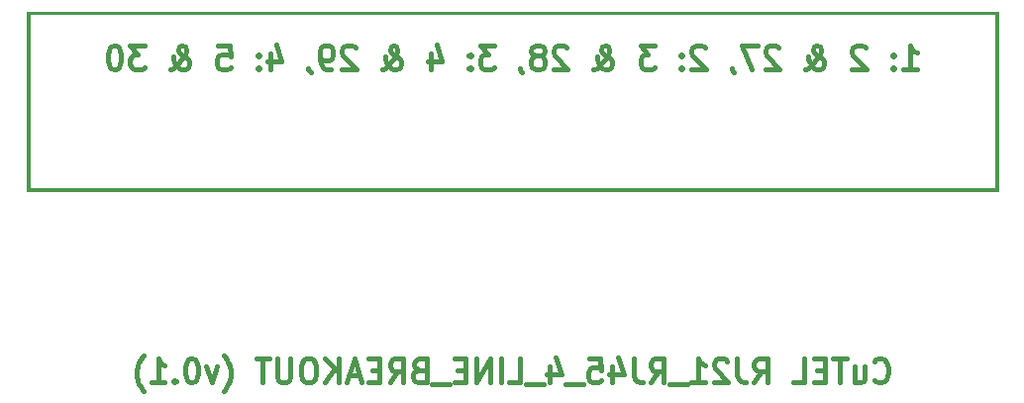
<source format=gbo>
%TF.GenerationSoftware,KiCad,Pcbnew,(6.0.11)*%
%TF.CreationDate,2024-01-05T21:55:00+00:00*%
%TF.ProjectId,RJ21_RJ45_4_LINE,524a3231-5f52-44a3-9435-5f345f4c494e,rev?*%
%TF.SameCoordinates,Original*%
%TF.FileFunction,Legend,Bot*%
%TF.FilePolarity,Positive*%
%FSLAX46Y46*%
G04 Gerber Fmt 4.6, Leading zero omitted, Abs format (unit mm)*
G04 Created by KiCad (PCBNEW (6.0.11)) date 2024-01-05 21:55:00*
%MOMM*%
%LPD*%
G01*
G04 APERTURE LIST*
%ADD10C,0.400000*%
%ADD11C,0.010000*%
%ADD12C,3.650000*%
%ADD13R,1.500000X1.500000*%
%ADD14C,1.500000*%
%ADD15C,4.500000*%
G04 APERTURE END LIST*
D10*
X182195571Y-44364761D02*
X183338428Y-44364761D01*
X182767000Y-44364761D02*
X182767000Y-42364761D01*
X182957476Y-42650476D01*
X183147952Y-42840952D01*
X183338428Y-42936190D01*
X181338428Y-44174285D02*
X181243190Y-44269523D01*
X181338428Y-44364761D01*
X181433666Y-44269523D01*
X181338428Y-44174285D01*
X181338428Y-44364761D01*
X181338428Y-43126666D02*
X181243190Y-43221904D01*
X181338428Y-43317142D01*
X181433666Y-43221904D01*
X181338428Y-43126666D01*
X181338428Y-43317142D01*
X178957476Y-42555238D02*
X178862238Y-42460000D01*
X178671761Y-42364761D01*
X178195571Y-42364761D01*
X178005095Y-42460000D01*
X177909857Y-42555238D01*
X177814619Y-42745714D01*
X177814619Y-42936190D01*
X177909857Y-43221904D01*
X179052714Y-44364761D01*
X177814619Y-44364761D01*
X173814619Y-44364761D02*
X173909857Y-44364761D01*
X174100333Y-44269523D01*
X174386047Y-43983809D01*
X174862238Y-43412380D01*
X175052714Y-43126666D01*
X175147952Y-42840952D01*
X175147952Y-42650476D01*
X175052714Y-42460000D01*
X174862238Y-42364761D01*
X174767000Y-42364761D01*
X174576523Y-42460000D01*
X174481285Y-42650476D01*
X174481285Y-42745714D01*
X174576523Y-42936190D01*
X174671761Y-43031428D01*
X175243190Y-43412380D01*
X175338428Y-43507619D01*
X175433666Y-43698095D01*
X175433666Y-43983809D01*
X175338428Y-44174285D01*
X175243190Y-44269523D01*
X175052714Y-44364761D01*
X174767000Y-44364761D01*
X174576523Y-44269523D01*
X174481285Y-44174285D01*
X174195571Y-43793333D01*
X174100333Y-43507619D01*
X174100333Y-43317142D01*
X171528904Y-42555238D02*
X171433666Y-42460000D01*
X171243190Y-42364761D01*
X170767000Y-42364761D01*
X170576523Y-42460000D01*
X170481285Y-42555238D01*
X170386047Y-42745714D01*
X170386047Y-42936190D01*
X170481285Y-43221904D01*
X171624142Y-44364761D01*
X170386047Y-44364761D01*
X169719380Y-42364761D02*
X168386047Y-42364761D01*
X169243190Y-44364761D01*
X167528904Y-44269523D02*
X167528904Y-44364761D01*
X167624142Y-44555238D01*
X167719380Y-44650476D01*
X165243190Y-42555238D02*
X165147952Y-42460000D01*
X164957476Y-42364761D01*
X164481285Y-42364761D01*
X164290809Y-42460000D01*
X164195571Y-42555238D01*
X164100333Y-42745714D01*
X164100333Y-42936190D01*
X164195571Y-43221904D01*
X165338428Y-44364761D01*
X164100333Y-44364761D01*
X163243190Y-44174285D02*
X163147952Y-44269523D01*
X163243190Y-44364761D01*
X163338428Y-44269523D01*
X163243190Y-44174285D01*
X163243190Y-44364761D01*
X163243190Y-43126666D02*
X163147952Y-43221904D01*
X163243190Y-43317142D01*
X163338428Y-43221904D01*
X163243190Y-43126666D01*
X163243190Y-43317142D01*
X160957476Y-42364761D02*
X159719380Y-42364761D01*
X160386047Y-43126666D01*
X160100333Y-43126666D01*
X159909857Y-43221904D01*
X159814619Y-43317142D01*
X159719380Y-43507619D01*
X159719380Y-43983809D01*
X159814619Y-44174285D01*
X159909857Y-44269523D01*
X160100333Y-44364761D01*
X160671761Y-44364761D01*
X160862238Y-44269523D01*
X160957476Y-44174285D01*
X155719380Y-44364761D02*
X155814619Y-44364761D01*
X156005095Y-44269523D01*
X156290809Y-43983809D01*
X156767000Y-43412380D01*
X156957476Y-43126666D01*
X157052714Y-42840952D01*
X157052714Y-42650476D01*
X156957476Y-42460000D01*
X156767000Y-42364761D01*
X156671761Y-42364761D01*
X156481285Y-42460000D01*
X156386047Y-42650476D01*
X156386047Y-42745714D01*
X156481285Y-42936190D01*
X156576523Y-43031428D01*
X157147952Y-43412380D01*
X157243190Y-43507619D01*
X157338428Y-43698095D01*
X157338428Y-43983809D01*
X157243190Y-44174285D01*
X157147952Y-44269523D01*
X156957476Y-44364761D01*
X156671761Y-44364761D01*
X156481285Y-44269523D01*
X156386047Y-44174285D01*
X156100333Y-43793333D01*
X156005095Y-43507619D01*
X156005095Y-43317142D01*
X153433666Y-42555238D02*
X153338428Y-42460000D01*
X153147952Y-42364761D01*
X152671761Y-42364761D01*
X152481285Y-42460000D01*
X152386047Y-42555238D01*
X152290809Y-42745714D01*
X152290809Y-42936190D01*
X152386047Y-43221904D01*
X153528904Y-44364761D01*
X152290809Y-44364761D01*
X151147952Y-43221904D02*
X151338428Y-43126666D01*
X151433666Y-43031428D01*
X151528904Y-42840952D01*
X151528904Y-42745714D01*
X151433666Y-42555238D01*
X151338428Y-42460000D01*
X151147952Y-42364761D01*
X150767000Y-42364761D01*
X150576523Y-42460000D01*
X150481285Y-42555238D01*
X150386047Y-42745714D01*
X150386047Y-42840952D01*
X150481285Y-43031428D01*
X150576523Y-43126666D01*
X150767000Y-43221904D01*
X151147952Y-43221904D01*
X151338428Y-43317142D01*
X151433666Y-43412380D01*
X151528904Y-43602857D01*
X151528904Y-43983809D01*
X151433666Y-44174285D01*
X151338428Y-44269523D01*
X151147952Y-44364761D01*
X150767000Y-44364761D01*
X150576523Y-44269523D01*
X150481285Y-44174285D01*
X150386047Y-43983809D01*
X150386047Y-43602857D01*
X150481285Y-43412380D01*
X150576523Y-43317142D01*
X150767000Y-43221904D01*
X149433666Y-44269523D02*
X149433666Y-44364761D01*
X149528904Y-44555238D01*
X149624142Y-44650476D01*
X147243190Y-42364761D02*
X146005095Y-42364761D01*
X146671761Y-43126666D01*
X146386047Y-43126666D01*
X146195571Y-43221904D01*
X146100333Y-43317142D01*
X146005095Y-43507619D01*
X146005095Y-43983809D01*
X146100333Y-44174285D01*
X146195571Y-44269523D01*
X146386047Y-44364761D01*
X146957476Y-44364761D01*
X147147952Y-44269523D01*
X147243190Y-44174285D01*
X145147952Y-44174285D02*
X145052714Y-44269523D01*
X145147952Y-44364761D01*
X145243190Y-44269523D01*
X145147952Y-44174285D01*
X145147952Y-44364761D01*
X145147952Y-43126666D02*
X145052714Y-43221904D01*
X145147952Y-43317142D01*
X145243190Y-43221904D01*
X145147952Y-43126666D01*
X145147952Y-43317142D01*
X141814619Y-43031428D02*
X141814619Y-44364761D01*
X142290809Y-42269523D02*
X142767000Y-43698095D01*
X141528904Y-43698095D01*
X137624142Y-44364761D02*
X137719380Y-44364761D01*
X137909857Y-44269523D01*
X138195571Y-43983809D01*
X138671761Y-43412380D01*
X138862238Y-43126666D01*
X138957476Y-42840952D01*
X138957476Y-42650476D01*
X138862238Y-42460000D01*
X138671761Y-42364761D01*
X138576523Y-42364761D01*
X138386047Y-42460000D01*
X138290809Y-42650476D01*
X138290809Y-42745714D01*
X138386047Y-42936190D01*
X138481285Y-43031428D01*
X139052714Y-43412380D01*
X139147952Y-43507619D01*
X139243190Y-43698095D01*
X139243190Y-43983809D01*
X139147952Y-44174285D01*
X139052714Y-44269523D01*
X138862238Y-44364761D01*
X138576523Y-44364761D01*
X138386047Y-44269523D01*
X138290809Y-44174285D01*
X138005095Y-43793333D01*
X137909857Y-43507619D01*
X137909857Y-43317142D01*
X135338428Y-42555238D02*
X135243190Y-42460000D01*
X135052714Y-42364761D01*
X134576523Y-42364761D01*
X134386047Y-42460000D01*
X134290809Y-42555238D01*
X134195571Y-42745714D01*
X134195571Y-42936190D01*
X134290809Y-43221904D01*
X135433666Y-44364761D01*
X134195571Y-44364761D01*
X133243190Y-44364761D02*
X132862238Y-44364761D01*
X132671761Y-44269523D01*
X132576523Y-44174285D01*
X132386047Y-43888571D01*
X132290809Y-43507619D01*
X132290809Y-42745714D01*
X132386047Y-42555238D01*
X132481285Y-42460000D01*
X132671761Y-42364761D01*
X133052714Y-42364761D01*
X133243190Y-42460000D01*
X133338428Y-42555238D01*
X133433666Y-42745714D01*
X133433666Y-43221904D01*
X133338428Y-43412380D01*
X133243190Y-43507619D01*
X133052714Y-43602857D01*
X132671761Y-43602857D01*
X132481285Y-43507619D01*
X132386047Y-43412380D01*
X132290809Y-43221904D01*
X131338428Y-44269523D02*
X131338428Y-44364761D01*
X131433666Y-44555238D01*
X131528904Y-44650476D01*
X128100333Y-43031428D02*
X128100333Y-44364761D01*
X128576523Y-42269523D02*
X129052714Y-43698095D01*
X127814619Y-43698095D01*
X127052714Y-44174285D02*
X126957476Y-44269523D01*
X127052714Y-44364761D01*
X127147952Y-44269523D01*
X127052714Y-44174285D01*
X127052714Y-44364761D01*
X127052714Y-43126666D02*
X126957476Y-43221904D01*
X127052714Y-43317142D01*
X127147952Y-43221904D01*
X127052714Y-43126666D01*
X127052714Y-43317142D01*
X123624142Y-42364761D02*
X124576523Y-42364761D01*
X124671761Y-43317142D01*
X124576523Y-43221904D01*
X124386047Y-43126666D01*
X123909857Y-43126666D01*
X123719380Y-43221904D01*
X123624142Y-43317142D01*
X123528904Y-43507619D01*
X123528904Y-43983809D01*
X123624142Y-44174285D01*
X123719380Y-44269523D01*
X123909857Y-44364761D01*
X124386047Y-44364761D01*
X124576523Y-44269523D01*
X124671761Y-44174285D01*
X119528904Y-44364761D02*
X119624142Y-44364761D01*
X119814619Y-44269523D01*
X120100333Y-43983809D01*
X120576523Y-43412380D01*
X120767000Y-43126666D01*
X120862238Y-42840952D01*
X120862238Y-42650476D01*
X120767000Y-42460000D01*
X120576523Y-42364761D01*
X120481285Y-42364761D01*
X120290809Y-42460000D01*
X120195571Y-42650476D01*
X120195571Y-42745714D01*
X120290809Y-42936190D01*
X120386047Y-43031428D01*
X120957476Y-43412380D01*
X121052714Y-43507619D01*
X121147952Y-43698095D01*
X121147952Y-43983809D01*
X121052714Y-44174285D01*
X120957476Y-44269523D01*
X120767000Y-44364761D01*
X120481285Y-44364761D01*
X120290809Y-44269523D01*
X120195571Y-44174285D01*
X119909857Y-43793333D01*
X119814619Y-43507619D01*
X119814619Y-43317142D01*
X117338428Y-42364761D02*
X116100333Y-42364761D01*
X116767000Y-43126666D01*
X116481285Y-43126666D01*
X116290809Y-43221904D01*
X116195571Y-43317142D01*
X116100333Y-43507619D01*
X116100333Y-43983809D01*
X116195571Y-44174285D01*
X116290809Y-44269523D01*
X116481285Y-44364761D01*
X117052714Y-44364761D01*
X117243190Y-44269523D01*
X117338428Y-44174285D01*
X114862238Y-42364761D02*
X114671761Y-42364761D01*
X114481285Y-42460000D01*
X114386047Y-42555238D01*
X114290809Y-42745714D01*
X114195571Y-43126666D01*
X114195571Y-43602857D01*
X114290809Y-43983809D01*
X114386047Y-44174285D01*
X114481285Y-44269523D01*
X114671761Y-44364761D01*
X114862238Y-44364761D01*
X115052714Y-44269523D01*
X115147952Y-44174285D01*
X115243190Y-43983809D01*
X115338428Y-43602857D01*
X115338428Y-43126666D01*
X115243190Y-42745714D01*
X115147952Y-42555238D01*
X115052714Y-42460000D01*
X114862238Y-42364761D01*
X179719380Y-70944285D02*
X179814619Y-71039523D01*
X180100333Y-71134761D01*
X180290809Y-71134761D01*
X180576523Y-71039523D01*
X180767000Y-70849047D01*
X180862238Y-70658571D01*
X180957476Y-70277619D01*
X180957476Y-69991904D01*
X180862238Y-69610952D01*
X180767000Y-69420476D01*
X180576523Y-69230000D01*
X180290809Y-69134761D01*
X180100333Y-69134761D01*
X179814619Y-69230000D01*
X179719380Y-69325238D01*
X178005095Y-69801428D02*
X178005095Y-71134761D01*
X178862238Y-69801428D02*
X178862238Y-70849047D01*
X178767000Y-71039523D01*
X178576523Y-71134761D01*
X178290809Y-71134761D01*
X178100333Y-71039523D01*
X178005095Y-70944285D01*
X177338428Y-69134761D02*
X176195571Y-69134761D01*
X176767000Y-71134761D02*
X176767000Y-69134761D01*
X175528904Y-70087142D02*
X174862238Y-70087142D01*
X174576523Y-71134761D02*
X175528904Y-71134761D01*
X175528904Y-69134761D01*
X174576523Y-69134761D01*
X172767000Y-71134761D02*
X173719380Y-71134761D01*
X173719380Y-69134761D01*
X169433666Y-71134761D02*
X170100333Y-70182380D01*
X170576523Y-71134761D02*
X170576523Y-69134761D01*
X169814619Y-69134761D01*
X169624142Y-69230000D01*
X169528904Y-69325238D01*
X169433666Y-69515714D01*
X169433666Y-69801428D01*
X169528904Y-69991904D01*
X169624142Y-70087142D01*
X169814619Y-70182380D01*
X170576523Y-70182380D01*
X168005095Y-69134761D02*
X168005095Y-70563333D01*
X168100333Y-70849047D01*
X168290809Y-71039523D01*
X168576523Y-71134761D01*
X168767000Y-71134761D01*
X167147952Y-69325238D02*
X167052714Y-69230000D01*
X166862238Y-69134761D01*
X166386047Y-69134761D01*
X166195571Y-69230000D01*
X166100333Y-69325238D01*
X166005095Y-69515714D01*
X166005095Y-69706190D01*
X166100333Y-69991904D01*
X167243190Y-71134761D01*
X166005095Y-71134761D01*
X164100333Y-71134761D02*
X165243190Y-71134761D01*
X164671761Y-71134761D02*
X164671761Y-69134761D01*
X164862238Y-69420476D01*
X165052714Y-69610952D01*
X165243190Y-69706190D01*
X163719380Y-71325238D02*
X162195571Y-71325238D01*
X160576523Y-71134761D02*
X161243190Y-70182380D01*
X161719380Y-71134761D02*
X161719380Y-69134761D01*
X160957476Y-69134761D01*
X160767000Y-69230000D01*
X160671761Y-69325238D01*
X160576523Y-69515714D01*
X160576523Y-69801428D01*
X160671761Y-69991904D01*
X160767000Y-70087142D01*
X160957476Y-70182380D01*
X161719380Y-70182380D01*
X159147952Y-69134761D02*
X159147952Y-70563333D01*
X159243190Y-70849047D01*
X159433666Y-71039523D01*
X159719380Y-71134761D01*
X159909857Y-71134761D01*
X157338428Y-69801428D02*
X157338428Y-71134761D01*
X157814619Y-69039523D02*
X158290809Y-70468095D01*
X157052714Y-70468095D01*
X155338428Y-69134761D02*
X156290809Y-69134761D01*
X156386047Y-70087142D01*
X156290809Y-69991904D01*
X156100333Y-69896666D01*
X155624142Y-69896666D01*
X155433666Y-69991904D01*
X155338428Y-70087142D01*
X155243190Y-70277619D01*
X155243190Y-70753809D01*
X155338428Y-70944285D01*
X155433666Y-71039523D01*
X155624142Y-71134761D01*
X156100333Y-71134761D01*
X156290809Y-71039523D01*
X156386047Y-70944285D01*
X154862238Y-71325238D02*
X153338428Y-71325238D01*
X152005095Y-69801428D02*
X152005095Y-71134761D01*
X152481285Y-69039523D02*
X152957476Y-70468095D01*
X151719380Y-70468095D01*
X151433666Y-71325238D02*
X149909857Y-71325238D01*
X148481285Y-71134761D02*
X149433666Y-71134761D01*
X149433666Y-69134761D01*
X147814619Y-71134761D02*
X147814619Y-69134761D01*
X146862238Y-71134761D02*
X146862238Y-69134761D01*
X145719380Y-71134761D01*
X145719380Y-69134761D01*
X144767000Y-70087142D02*
X144100333Y-70087142D01*
X143814619Y-71134761D02*
X144767000Y-71134761D01*
X144767000Y-69134761D01*
X143814619Y-69134761D01*
X143433666Y-71325238D02*
X141909857Y-71325238D01*
X140767000Y-70087142D02*
X140481285Y-70182380D01*
X140386047Y-70277619D01*
X140290809Y-70468095D01*
X140290809Y-70753809D01*
X140386047Y-70944285D01*
X140481285Y-71039523D01*
X140671761Y-71134761D01*
X141433666Y-71134761D01*
X141433666Y-69134761D01*
X140767000Y-69134761D01*
X140576523Y-69230000D01*
X140481285Y-69325238D01*
X140386047Y-69515714D01*
X140386047Y-69706190D01*
X140481285Y-69896666D01*
X140576523Y-69991904D01*
X140767000Y-70087142D01*
X141433666Y-70087142D01*
X138290809Y-71134761D02*
X138957476Y-70182380D01*
X139433666Y-71134761D02*
X139433666Y-69134761D01*
X138671761Y-69134761D01*
X138481285Y-69230000D01*
X138386047Y-69325238D01*
X138290809Y-69515714D01*
X138290809Y-69801428D01*
X138386047Y-69991904D01*
X138481285Y-70087142D01*
X138671761Y-70182380D01*
X139433666Y-70182380D01*
X137433666Y-70087142D02*
X136767000Y-70087142D01*
X136481285Y-71134761D02*
X137433666Y-71134761D01*
X137433666Y-69134761D01*
X136481285Y-69134761D01*
X135719380Y-70563333D02*
X134767000Y-70563333D01*
X135909857Y-71134761D02*
X135243190Y-69134761D01*
X134576523Y-71134761D01*
X133909857Y-71134761D02*
X133909857Y-69134761D01*
X132767000Y-71134761D02*
X133624142Y-69991904D01*
X132767000Y-69134761D02*
X133909857Y-70277619D01*
X131528904Y-69134761D02*
X131147952Y-69134761D01*
X130957476Y-69230000D01*
X130767000Y-69420476D01*
X130671761Y-69801428D01*
X130671761Y-70468095D01*
X130767000Y-70849047D01*
X130957476Y-71039523D01*
X131147952Y-71134761D01*
X131528904Y-71134761D01*
X131719380Y-71039523D01*
X131909857Y-70849047D01*
X132005095Y-70468095D01*
X132005095Y-69801428D01*
X131909857Y-69420476D01*
X131719380Y-69230000D01*
X131528904Y-69134761D01*
X129814619Y-69134761D02*
X129814619Y-70753809D01*
X129719380Y-70944285D01*
X129624142Y-71039523D01*
X129433666Y-71134761D01*
X129052714Y-71134761D01*
X128862238Y-71039523D01*
X128767000Y-70944285D01*
X128671761Y-70753809D01*
X128671761Y-69134761D01*
X128005095Y-69134761D02*
X126862238Y-69134761D01*
X127433666Y-71134761D02*
X127433666Y-69134761D01*
X124100333Y-71896666D02*
X124195571Y-71801428D01*
X124386047Y-71515714D01*
X124481285Y-71325238D01*
X124576523Y-71039523D01*
X124671761Y-70563333D01*
X124671761Y-70182380D01*
X124576523Y-69706190D01*
X124481285Y-69420476D01*
X124386047Y-69230000D01*
X124195571Y-68944285D01*
X124100333Y-68849047D01*
X123528904Y-69801428D02*
X123052714Y-71134761D01*
X122576523Y-69801428D01*
X121433666Y-69134761D02*
X121243190Y-69134761D01*
X121052714Y-69230000D01*
X120957476Y-69325238D01*
X120862238Y-69515714D01*
X120767000Y-69896666D01*
X120767000Y-70372857D01*
X120862238Y-70753809D01*
X120957476Y-70944285D01*
X121052714Y-71039523D01*
X121243190Y-71134761D01*
X121433666Y-71134761D01*
X121624142Y-71039523D01*
X121719380Y-70944285D01*
X121814619Y-70753809D01*
X121909857Y-70372857D01*
X121909857Y-69896666D01*
X121814619Y-69515714D01*
X121719380Y-69325238D01*
X121624142Y-69230000D01*
X121433666Y-69134761D01*
X119909857Y-70944285D02*
X119814619Y-71039523D01*
X119909857Y-71134761D01*
X120005095Y-71039523D01*
X119909857Y-70944285D01*
X119909857Y-71134761D01*
X117909857Y-71134761D02*
X119052714Y-71134761D01*
X118481285Y-71134761D02*
X118481285Y-69134761D01*
X118671761Y-69420476D01*
X118862238Y-69610952D01*
X119052714Y-69706190D01*
X117243190Y-71896666D02*
X117147952Y-71801428D01*
X116957476Y-71515714D01*
X116862238Y-71325238D01*
X116767000Y-71039523D01*
X116671761Y-70563333D01*
X116671761Y-70182380D01*
X116767000Y-69706190D01*
X116862238Y-69420476D01*
X116957476Y-69230000D01*
X117147952Y-68944285D01*
X117243190Y-68849047D01*
%TO.C,J7*%
G36*
X190274967Y-39474100D02*
G01*
X190274967Y-54798767D01*
X107259300Y-54798767D01*
X107259300Y-54565934D01*
X107470967Y-54565934D01*
X190042134Y-54565934D01*
X190042134Y-39685767D01*
X107470967Y-39685767D01*
X107470967Y-54565934D01*
X107259300Y-54565934D01*
X107259300Y-39474100D01*
X190274967Y-39474100D01*
G37*
D11*
X190274967Y-39474100D02*
X190274967Y-54798767D01*
X107259300Y-54798767D01*
X107259300Y-54565934D01*
X107470967Y-54565934D01*
X190042134Y-54565934D01*
X190042134Y-39685767D01*
X107470967Y-39685767D01*
X107470967Y-54565934D01*
X107259300Y-54565934D01*
X107259300Y-39474100D01*
X190274967Y-39474100D01*
%TD*%
D12*
%TO.C,J3*%
X146160749Y-66450000D03*
X134730749Y-66450000D03*
%TD*%
%TO.C,J1*%
X168882417Y-66450000D03*
X180312417Y-66450000D03*
%TD*%
%TO.C,J2*%
X152004917Y-66450000D03*
X163434917Y-66450000D03*
%TD*%
%TO.C,J4*%
X117456583Y-66450000D03*
X128886583Y-66450000D03*
%TD*%
%LPC*%
%TO.C,J3*%
X146160749Y-66450000D03*
X134730749Y-66450000D03*
D13*
X136000749Y-60100000D03*
D14*
X137270749Y-57560000D03*
X138540749Y-60100000D03*
X139810749Y-57560000D03*
X141080749Y-60100000D03*
X142350749Y-57560000D03*
X143620749Y-60100000D03*
X144890749Y-57560000D03*
%TD*%
D12*
%TO.C,J1*%
X168882417Y-66450000D03*
X180312417Y-66450000D03*
D13*
X170152417Y-60100000D03*
D14*
X171422417Y-57560000D03*
X172692417Y-60100000D03*
X173962417Y-57560000D03*
X175232417Y-60100000D03*
X176502417Y-57560000D03*
X177772417Y-60100000D03*
X179042417Y-57560000D03*
%TD*%
D12*
%TO.C,J2*%
X152004917Y-66450000D03*
X163434917Y-66450000D03*
D13*
X153274917Y-60100000D03*
D14*
X154544917Y-57560000D03*
X155814917Y-60100000D03*
X157084917Y-57560000D03*
X158354917Y-60100000D03*
X159624917Y-57560000D03*
X160894917Y-60100000D03*
X162164917Y-57560000D03*
%TD*%
D12*
%TO.C,J4*%
X117456583Y-66450000D03*
X128886583Y-66450000D03*
D13*
X118726583Y-60100000D03*
D14*
X119996583Y-57560000D03*
X121266583Y-60100000D03*
X122536583Y-57560000D03*
X123806583Y-60100000D03*
X125076583Y-57560000D03*
X126346583Y-60100000D03*
X127616583Y-57560000D03*
%TD*%
D15*
%TO.C,J7*%
X186189797Y-50333602D03*
X111339797Y-50333602D03*
D14*
X174684839Y-52478607D03*
X172524835Y-52478607D03*
X170364832Y-52478607D03*
X168204836Y-52478607D03*
X166044832Y-52478607D03*
X163884828Y-52478607D03*
X161724825Y-52478607D03*
X159564821Y-52478607D03*
X157404829Y-52478607D03*
X155244818Y-52478607D03*
X153084822Y-52478607D03*
X150924803Y-52478607D03*
X148764799Y-52478607D03*
X146604795Y-52478607D03*
X144444792Y-52478607D03*
X142284788Y-52478607D03*
X140124784Y-52478607D03*
X137964781Y-52478607D03*
X135804777Y-52478607D03*
X133644773Y-52478607D03*
X131484766Y-52478607D03*
X129324762Y-52478607D03*
X127164758Y-52478607D03*
X125004755Y-52478607D03*
X122844751Y-52478607D03*
X174684839Y-48188606D03*
X172524835Y-48188606D03*
X170364832Y-48188606D03*
X168204836Y-48188606D03*
X166044832Y-48188606D03*
X163884828Y-48188606D03*
X161724825Y-48188606D03*
X159564821Y-48188606D03*
X157404829Y-48188606D03*
X155244818Y-48188606D03*
X153084822Y-48188606D03*
X150924803Y-48188606D03*
X148764799Y-48188606D03*
X146604795Y-48188606D03*
X144444792Y-48188606D03*
X142284788Y-48188606D03*
X140124784Y-48188606D03*
X137964781Y-48188606D03*
X135804777Y-48188606D03*
X133644773Y-48188606D03*
X131484766Y-48188606D03*
X129324762Y-48188606D03*
X127164758Y-48188606D03*
X125004755Y-48188606D03*
X122844751Y-48188606D03*
%TD*%
M02*

</source>
